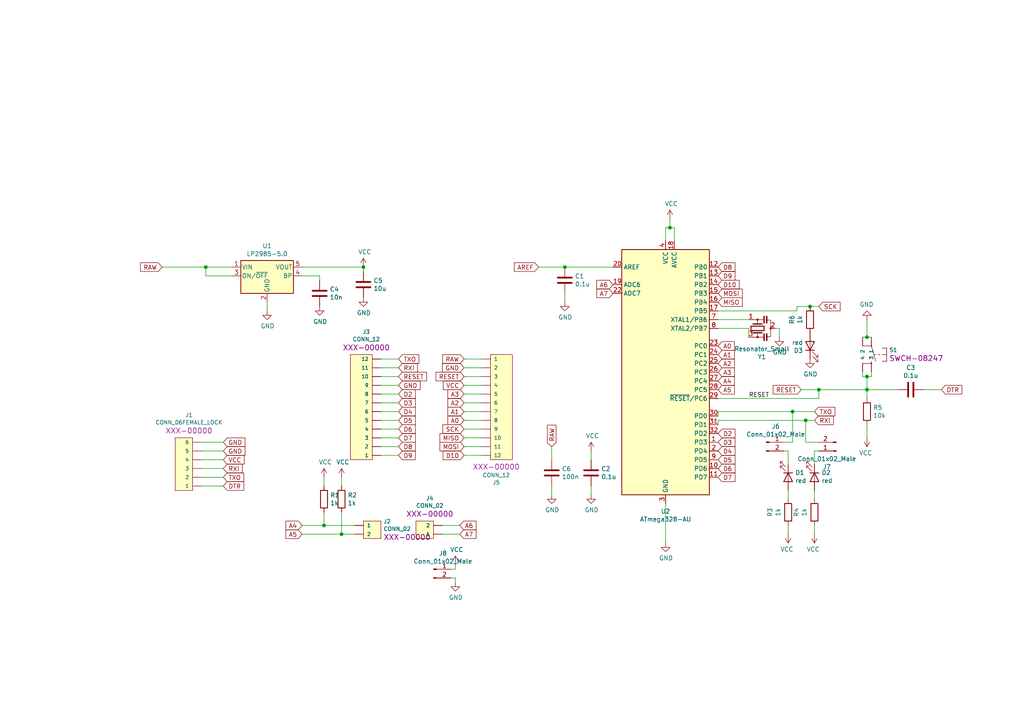
<source format=kicad_sch>
(kicad_sch (version 20211123) (generator eeschema)
  (paper "A4")
  (title_block (title "Board Arduino Mini") (date "2022-02-28") (rev "1.2") (company "Thariq Hadyan "))
  (lib_symbols
    (symbol "Connector:Conn_01x02_Male" (pin_names (offset 1.016) hide)
      (property "Reference" "J" (at 0 2.54 0))
      (property "Value" "Conn_01x02_Male" (at 0 -5.08 0))
      (symbol "Conn_01x02_Male_1_1"
        (polyline (pts (xy 1.27 -2.54) (xy 0.8636 -2.54)) (stroke (width 0.1524)))
        (polyline (pts (xy 1.27 0) (xy 0.8636 0)) (stroke (width 0.1524)))
        (rectangle (start 0.8636 -2.413) (end 0 -2.667) (stroke (width 0.1524)) (fill (type outline)))
        (rectangle (start 0.8636 0.127) (end 0 -0.127) (stroke (width 0.1524)) (fill (type outline)))
        (pin passive line (at 5.08 0 180) (length 3.81) (name "Pin_1") (number "1"))
        (pin passive line (at 5.08 -2.54 180) (length 3.81) (name "Pin_2") (number "2"))
      )
    )
    (symbol "Device:C" (pin_numbers hide) (pin_names (offset 0.254))
      (property "Reference" "C" (at 0.635 2.54 0))
      (property "Value" "C" (at 0.635 -2.54 0))
      (symbol "C_0_1"
        (polyline (pts (xy -2.032 -0.762) (xy 2.032 -0.762)) (stroke (width 0.508)))
        (polyline (pts (xy -2.032 0.762) (xy 2.032 0.762)) (stroke (width 0.508)))
      )
      (symbol "C_1_1"
        (pin passive line (at 0 3.81 270) (length 2.794) (name "~") (number "1"))
        (pin passive line (at 0 -3.81 90) (length 2.794) (name "~") (number "2"))
      )
    )
    (symbol "Device:LED" (pin_numbers hide) (pin_names (offset 1.016) hide)
      (property "Reference" "D" (at 0 2.54 0))
      (property "Value" "LED" (at 0 -2.54 0))
      (symbol "LED_0_1"
        (polyline (pts (xy -1.27 -1.27) (xy -1.27 1.27)) (stroke (width 0.254)))
        (polyline (pts (xy -1.27 0) (xy 1.27 0)))
        (polyline (pts (xy 1.27 -1.27) (xy 1.27 1.27) (xy -1.27 0) (xy 1.27 -1.27)) (stroke (width 0.254)))
        (polyline (pts (xy -3.048 -0.762) (xy -4.572 -2.286) (xy -3.81 -2.286) (xy -4.572 -2.286) (xy -4.572 -1.524)))
        (polyline (pts (xy -1.778 -0.762) (xy -3.302 -2.286) (xy -2.54 -2.286) (xy -3.302 -2.286) (xy -3.302 -1.524)))
      )
      (symbol "LED_1_1"
        (pin passive line (at -3.81 0 0) (length 2.54) (name "K") (number "1"))
        (pin passive line (at 3.81 0 180) (length 2.54) (name "A") (number "2"))
      )
    )
    (symbol "Device:R" (pin_numbers hide) (pin_names (offset 0))
      (property "Reference" "R" (at 2.032 0 90))
      (property "Value" "R" (at 0 0 90))
      (symbol "R_0_1"
        (rectangle (start -1.016 -2.54) (end 1.016 2.54) (stroke (width 0.254)))
      )
      (symbol "R_1_1"
        (pin passive line (at 0 3.81 270) (length 1.27) (name "~") (number "1"))
        (pin passive line (at 0 -3.81 90) (length 1.27) (name "~") (number "2"))
      )
    )
    (symbol "Device:Resonator_Small" (pin_names (offset 1.016) hide)
      (property "Reference" "Y" (at 3.175 1.905 0))
      (property "Value" "Resonator_Small" (at 3.175 0 0))
      (symbol "Resonator_Small_0_1"
        (rectangle (start -3.556 -2.54) (end -1.524 -2.794) (fill (type outline)))
        (rectangle (start -3.556 -1.778) (end -1.524 -2.032) (fill (type outline)))
        (circle (center -2.54 0) (radius 0.254) (fill (type outline)))
        (rectangle (start -0.635 1.905) (end 0.635 -1.905) (stroke (width 0.3048)))
        (circle (center 0 -3.81) (radius 0.254) (fill (type outline)))
        (polyline (pts (xy -2.54 -1.778) (xy -2.54 0)))
        (polyline (pts (xy -2.54 0) (xy -1.397 0)))
        (polyline (pts (xy -2.54 1.27) (xy -2.54 0)))
        (polyline (pts (xy -1.27 -1.27) (xy -1.27 1.27)) (stroke (width 0.381)))
        (polyline (pts (xy 1.27 -1.27) (xy 1.27 1.27)) (stroke (width 0.381)))
        (polyline (pts (xy 1.27 0) (xy 2.54 0)))
        (polyline (pts (xy 2.54 0) (xy 2.54 -1.778)))
        (polyline (pts (xy 2.54 1.27) (xy 2.54 0)))
        (polyline (pts (xy 2.413 -2.794) (xy 2.413 -3.81) (xy -2.413 -3.81) (xy -2.413 -2.667)))
        (rectangle (start 1.524 -2.54) (end 3.556 -2.794) (fill (type outline)))
        (rectangle (start 1.524 -1.778) (end 3.556 -2.032) (fill (type outline)))
        (circle (center 2.54 0) (radius 0.254) (fill (type outline)))
      )
      (symbol "Resonator_Small_1_1"
        (pin passive line (at -2.54 2.54 270) (length 1.27) (name "1") (number "1"))
        (pin passive line (at 0 -5.08 90) (length 1.27) (name "2") (number "2"))
        (pin passive line (at 2.54 2.54 270) (length 1.27) (name "3") (number "3"))
      )
    )
    (symbol "MCU_Microchip_ATmega:ATmega328-AU"
      (property "Reference" "U" (at -12.7 36.83 0))
      (property "Value" "MCU_Microchip_ATmega_ATmega328-AU" (at 2.54 -36.83 0))
      (symbol "ATmega328-AU_0_1"
        (rectangle (start -12.7 -35.56) (end 12.7 35.56) (stroke (width 0.254)) (fill (type background)))
      )
      (symbol "ATmega328-AU_1_1"
        (pin bidirectional line (at 15.24 -20.32 180) (length 2.54) (name "PD3") (number "1"))
        (pin bidirectional line (at 15.24 -27.94 180) (length 2.54) (name "PD6") (number "10"))
        (pin bidirectional line (at 15.24 -30.48 180) (length 2.54) (name "PD7") (number "11"))
        (pin bidirectional line (at 15.24 30.48 180) (length 2.54) (name "PB0") (number "12"))
        (pin bidirectional line (at 15.24 27.94 180) (length 2.54) (name "PB1") (number "13"))
        (pin bidirectional line (at 15.24 25.4 180) (length 2.54) (name "PB2") (number "14"))
        (pin bidirectional line (at 15.24 22.86 180) (length 2.54) (name "PB3") (number "15"))
        (pin bidirectional line (at 15.24 20.32 180) (length 2.54) (name "PB4") (number "16"))
        (pin bidirectional line (at 15.24 17.78 180) (length 2.54) (name "PB5") (number "17"))
        (pin power_in line (at 2.54 38.1 270) (length 2.54) (name "AVCC") (number "18"))
        (pin input line (at -15.24 25.4 0) (length 2.54) (name "ADC6") (number "19"))
        (pin bidirectional line (at 15.24 -22.86 180) (length 2.54) (name "PD4") (number "2"))
        (pin passive line (at -15.24 30.48 0) (length 2.54) (name "AREF") (number "20"))
        (pin passive line (at 0 -38.1 90) (length 2.54) hide (name "GND") (number "21"))
        (pin input line (at -15.24 22.86 0) (length 2.54) (name "ADC7") (number "22"))
        (pin bidirectional line (at 15.24 7.62 180) (length 2.54) (name "PC0") (number "23"))
        (pin bidirectional line (at 15.24 5.08 180) (length 2.54) (name "PC1") (number "24"))
        (pin bidirectional line (at 15.24 2.54 180) (length 2.54) (name "PC2") (number "25"))
        (pin bidirectional line (at 15.24 0 180) (length 2.54) (name "PC3") (number "26"))
        (pin bidirectional line (at 15.24 -2.54 180) (length 2.54) (name "PC4") (number "27"))
        (pin bidirectional line (at 15.24 -5.08 180) (length 2.54) (name "PC5") (number "28"))
        (pin bidirectional line (at 15.24 -7.62 180) (length 2.54) (name "~{RESET}/PC6") (number "29"))
        (pin power_in line (at 0 -38.1 90) (length 2.54) (name "GND") (number "3"))
        (pin bidirectional line (at 15.24 -12.7 180) (length 2.54) (name "PD0") (number "30"))
        (pin bidirectional line (at 15.24 -15.24 180) (length 2.54) (name "PD1") (number "31"))
        (pin bidirectional line (at 15.24 -17.78 180) (length 2.54) (name "PD2") (number "32"))
        (pin power_in line (at 0 38.1 270) (length 2.54) (name "VCC") (number "4"))
        (pin passive line (at 0 -38.1 90) (length 2.54) hide (name "GND") (number "5"))
        (pin passive line (at 0 38.1 270) (length 2.54) hide (name "VCC") (number "6"))
        (pin bidirectional line (at 15.24 15.24 180) (length 2.54) (name "XTAL1/PB6") (number "7"))
        (pin bidirectional line (at 15.24 12.7 180) (length 2.54) (name "XTAL2/PB7") (number "8"))
        (pin bidirectional line (at 15.24 -25.4 180) (length 2.54) (name "PD5") (number "9"))
      )
    )
    (symbol "Regulator_Linear:LP2985-5.0" (pin_names (offset 0.254))
      (property "Reference" "U" (at -6.35 5.715 0))
      (property "Value" "LP2985-5.0" (at 0 5.715 0))
      (symbol "LP2985-5.0_0_1"
        (rectangle (start -7.62 -5.08) (end 7.62 4.445) (stroke (width 0.254)) (fill (type background)))
      )
      (symbol "LP2985-5.0_1_1"
        (pin power_in line (at -10.16 2.54 0) (length 2.54) (name "VIN") (number "1"))
        (pin power_in line (at 0 -7.62 90) (length 2.54) (name "GND") (number "2"))
        (pin input line (at -10.16 0 0) (length 2.54) (name "ON/~{OFF}") (number "3"))
        (pin input line (at 10.16 0 180) (length 2.54) (name "BP") (number "4"))
        (pin power_out line (at 10.16 2.54 180) (length 2.54) (name "VOUT") (number "5"))
      )
    )
    (symbol "SparkFun-Connectors:CONN_02" (pin_numbers hide) (pin_names (offset 1.016))
      (property "Reference" "J" (at -5.08 5.08 0))
      (property "Value" "SparkFun-Connectors_CONN_02" (at -5.08 -3.81 0))
      (property "Field4" "XXX-00000" (at 0 7.62 0))
      (symbol "CONN_02_1_0"
        (rectangle (start 0 -1.27) (end -5.08 3.81) (fill (type background)))
      )
      (symbol "CONN_02_1_1"
        (pin passive line (at 2.54 0 180) (length 2.54) (name "1") (number "1"))
        (pin passive line (at 2.54 2.54 180) (length 2.54) (name "2") (number "2"))
      )
    )
    (symbol "SparkFun-Connectors:CONN_06FEMALE_LOCK" (pin_numbers hide) (pin_names (offset 1.016))
      (property "Reference" "J" (at -5.08 15.24 0))
      (property "Value" "SparkFun-Connectors_CONN_06FEMALE_LOCK" (at -5.08 -3.81 0))
      (property "Field4" "XXX-00000" (at 0 19.05 0))
      (symbol "CONN_06FEMALE_LOCK_0_1"
        (rectangle (start 0 -1.27) (end -5.08 13.97) (fill (type background)))
      )
      (symbol "CONN_06FEMALE_LOCK_1_1"
        (pin passive line (at 2.54 0 180) (length 2.54) (name "1") (number "1"))
        (pin passive line (at 2.54 2.54 180) (length 2.54) (name "2") (number "2"))
        (pin passive line (at 2.54 5.08 180) (length 2.54) (name "3") (number "3"))
        (pin passive line (at 2.54 7.62 180) (length 2.54) (name "4") (number "4"))
        (pin passive line (at 2.54 10.16 180) (length 2.54) (name "5") (number "5"))
        (pin passive line (at 2.54 12.7 180) (length 2.54) (name "6") (number "6"))
      )
    )
    (symbol "SparkFun-Connectors:CONN_12" (pin_numbers hide) (pin_names (offset 1.016))
      (property "Reference" "J" (at -6.35 30.48 0))
      (property "Value" "SparkFun-Connectors_CONN_12" (at -6.35 -3.81 0))
      (property "Field4" "XXX-00000" (at 0 34.29 0))
      (symbol "CONN_12_0_1"
        (rectangle (start 0 -1.27) (end -6.35 29.21) (fill (type background)))
      )
      (symbol "CONN_12_1_1"
        (pin passive line (at 2.54 0 180) (length 2.54) (name "1") (number "1"))
        (pin passive line (at 2.54 22.86 180) (length 2.54) (name "10") (number "10"))
        (pin passive line (at 2.54 25.4 180) (length 2.54) (name "11") (number "11"))
        (pin passive line (at 2.54 27.94 180) (length 2.54) (name "12") (number "12"))
        (pin passive line (at 2.54 2.54 180) (length 2.54) (name "2") (number "2"))
        (pin passive line (at 2.54 5.08 180) (length 2.54) (name "3") (number "3"))
        (pin passive line (at 2.54 7.62 180) (length 2.54) (name "4") (number "4"))
        (pin passive line (at 2.54 10.16 180) (length 2.54) (name "5") (number "5"))
        (pin passive line (at 2.54 12.7 180) (length 2.54) (name "6") (number "6"))
        (pin passive line (at 2.54 15.24 180) (length 2.54) (name "7") (number "7"))
        (pin passive line (at 2.54 17.78 180) (length 2.54) (name "8") (number "8"))
        (pin passive line (at 2.54 20.32 180) (length 2.54) (name "9") (number "9"))
      )
    )
    (symbol "SparkFun-Switches:MOMENTARY-SWITCH-SPST-2-SMD-5.2MM" (pin_numbers hide) (pin_names (offset 1.016))
      (property "Reference" "S" (at -5.08 1.27 0))
      (property "Value" "SparkFun-Switches_MOMENTARY-SWITCH-SPST-2-SMD-5.2MM" (at -5.08 -5.08 0))
      (property "Field4" "SWCH-08247" (at 0 7.62 0))
      (symbol "MOMENTARY-SWITCH-SPST-2-SMD-5.2MM_1_0"
        (polyline (pts (xy -2.54 -2.54) (xy -2.54 0)))
        (polyline (pts (xy -2.54 0) (xy 1.905 1.27)))
        (polyline (pts (xy -1.905 4.445) (xy -1.905 3.175)))
        (polyline (pts (xy 0 1.27) (xy 0 0.635)))
        (polyline (pts (xy 0 2.54) (xy 0 1.905)))
        (polyline (pts (xy 0 4.445) (xy -1.905 4.445)))
        (polyline (pts (xy 0 4.445) (xy 0 3.175)))
        (polyline (pts (xy 1.905 0) (xy 2.54 0)))
        (polyline (pts (xy 1.905 4.445) (xy 0 4.445)))
        (polyline (pts (xy 1.905 4.445) (xy 1.905 3.175)))
        (polyline (pts (xy 2.54 -2.54) (xy 2.54 0)))
      )
      (symbol "MOMENTARY-SWITCH-SPST-2-SMD-5.2MM_1_1"
        (circle (center -2.54 0) (radius 0.127) (fill (type outline)))
        (circle (center 2.54 0) (radius 0.127) (fill (type outline)))
        (pin passive line (at -5.08 0 0) (length 2.54) (name "1") (number "1"))
        (pin passive line (at -5.08 -2.54 0) (length 2.54) (name "2") (number "2"))
        (pin passive line (at 5.08 0 180) (length 2.54) (name "3") (number "3"))
        (pin passive line (at 5.08 -2.54 180) (length 2.54) (name "4") (number "4"))
      )
    )
    (symbol "power:GND" (power) (pin_names (offset 0))
      (property "Value" "GND" (at 0 -3.81 0))
      (symbol "GND_0_1"
        (polyline (pts (xy 0 0) (xy 0 -1.27) (xy 1.27 -1.27) (xy 0 -2.54) (xy -1.27 -1.27) (xy 0 -1.27)))
      )
      (symbol "GND_1_1"
        (pin power_in line (at 0 0 270) (length 0) hide (name "GND") (number "1"))
      )
    )
    (symbol "power:VCC" (power) (pin_names (offset 0))
      (property "Value" "VCC" (at 0 3.81 0))
      (symbol "VCC_0_1"
        (polyline (pts (xy -0.762 1.27) (xy 0 2.54)))
        (polyline (pts (xy 0 0) (xy 0 2.54)))
        (polyline (pts (xy 0 2.54) (xy 0.762 1.27)))
      )
      (symbol "VCC_1_1"
        (pin power_in line (at 0 0 90) (length 0) hide (name "VCC") (number "1"))
      )
    )
  )
  (junction (at 99.06 154.94))
  (junction (at 251.46 97.79))
  (junction (at 234.95 88.9))
  (junction (at 194.31 66.04))
  (junction (at 233.68 121.92))
  (junction (at 105.41 77.47))
  (junction (at 59.69 77.47))
  (junction (at 229.87 119.38))
  (junction (at 251.46 109.22))
  (junction (at 251.46 113.03))
  (junction (at 163.83 77.47))
  (junction (at 237.49 113.03))
  (junction (at 93.98 152.4))
  (wire (pts (xy 163.83 85.09) (xy 163.83 87.63)))
  (wire (pts (xy 177.8 77.47) (xy 163.83 77.47)))
  (wire (pts (xy 58.42 130.81) (xy 64.77 130.81)))
  (wire (pts (xy 110.49 124.46) (xy 115.57 124.46)))
  (wire (pts (xy 134.62 127) (xy 139.7 127)))
  (wire (pts (xy 208.28 90.17) (xy 231.14 90.17)))
  (wire (pts (xy 134.62 114.3) (xy 139.7 114.3)))
  (wire (pts (xy 132.08 163.83) (xy 132.08 165.1)))
  (wire (pts (xy 252.73 109.22) (xy 252.73 107.95)))
  (wire (pts (xy 231.14 90.17) (xy 231.14 88.9)))
  (wire (pts (xy 195.58 66.04) (xy 194.31 66.04)))
  (wire (pts (xy 208.28 120.65) (xy 208.28 119.38)))
  (wire (pts (xy 171.45 140.97) (xy 171.45 143.51)))
  (wire (pts (xy 217.17 95.25) (xy 217.17 97.79)))
  (wire (pts (xy 134.62 111.76) (xy 139.7 111.76)))
  (wire (pts (xy 77.47 87.63) (xy 77.47 90.17)))
  (wire (pts (xy 110.49 106.68) (xy 115.57 106.68)))
  (wire (pts (xy 237.49 113.03) (xy 251.46 113.03)))
  (wire (pts (xy 171.45 130.81) (xy 171.45 133.35)))
  (wire (pts (xy 105.41 77.47) (xy 105.41 78.74)))
  (wire (pts (xy 194.31 66.04) (xy 193.04 66.04)))
  (wire (pts (xy 227.33 128.27) (xy 229.87 128.27)))
  (wire (pts (xy 156.21 77.47) (xy 163.83 77.47)))
  (wire (pts (xy 228.6 130.81) (xy 228.6 134.62)))
  (wire (pts (xy 134.62 116.84) (xy 139.7 116.84)))
  (wire (pts (xy 229.87 119.38) (xy 236.22 119.38)))
  (wire (pts (xy 132.08 167.64) (xy 132.08 168.91)))
  (wire (pts (xy 160.02 133.35) (xy 160.02 129.54)))
  (wire (pts (xy 227.33 130.81) (xy 228.6 130.81)))
  (wire (pts (xy 251.46 113.03) (xy 251.46 115.57)))
  (wire (pts (xy 99.06 138.43) (xy 99.06 140.97)))
  (wire (pts (xy 110.49 132.08) (xy 115.57 132.08)))
  (wire (pts (xy 208.28 115.57) (xy 237.49 115.57)))
  (wire (pts (xy 250.19 107.95) (xy 250.19 109.22)))
  (wire (pts (xy 134.62 132.08) (xy 139.7 132.08)))
  (wire (pts (xy 233.68 121.92) (xy 208.28 121.92)))
  (wire (pts (xy 58.42 135.89) (xy 64.77 135.89)))
  (wire (pts (xy 236.22 142.24) (xy 236.22 144.78)))
  (wire (pts (xy 59.69 77.47) (xy 67.31 77.47)))
  (wire (pts (xy 99.06 154.94) (xy 102.87 154.94)))
  (wire (pts (xy 237.49 128.27) (xy 233.68 128.27)))
  (wire (pts (xy 208.28 95.25) (xy 217.17 95.25)))
  (wire (pts (xy 250.19 97.79) (xy 251.46 97.79)))
  (wire (pts (xy 134.62 129.54) (xy 139.7 129.54)))
  (wire (pts (xy 251.46 127) (xy 251.46 123.19)))
  (wire (pts (xy 110.49 109.22) (xy 115.57 109.22)))
  (wire (pts (xy 195.58 69.85) (xy 195.58 66.04)))
  (wire (pts (xy 232.41 113.03) (xy 237.49 113.03)))
  (wire (pts (xy 132.08 165.1) (xy 130.81 165.1)))
  (wire (pts (xy 110.49 114.3) (xy 115.57 114.3)))
  (wire (pts (xy 251.46 92.71) (xy 251.46 97.79)))
  (wire (pts (xy 64.77 133.35) (xy 58.42 133.35)))
  (wire (pts (xy 139.7 106.68) (xy 134.62 106.68)))
  (wire (pts (xy 231.14 88.9) (xy 234.95 88.9)))
  (wire (pts (xy 128.27 154.94) (xy 133.35 154.94)))
  (wire (pts (xy 226.06 95.25) (xy 226.06 97.79)))
  (wire (pts (xy 229.87 128.27) (xy 229.87 119.38)))
  (wire (pts (xy 93.98 152.4) (xy 102.87 152.4)))
  (wire (pts (xy 87.63 80.01) (xy 92.71 80.01)))
  (wire (pts (xy 58.42 138.43) (xy 64.77 138.43)))
  (wire (pts (xy 134.62 119.38) (xy 139.7 119.38)))
  (wire (pts (xy 64.77 128.27) (xy 58.42 128.27)))
  (wire (pts (xy 260.35 113.03) (xy 251.46 113.03)))
  (wire (pts (xy 194.31 63.5) (xy 194.31 66.04)))
  (wire (pts (xy 236.22 121.92) (xy 233.68 121.92)))
  (wire (pts (xy 217.17 92.71) (xy 208.28 92.71)))
  (wire (pts (xy 228.6 144.78) (xy 228.6 142.24)))
  (wire (pts (xy 58.42 140.97) (xy 64.77 140.97)))
  (wire (pts (xy 193.04 146.05) (xy 193.04 157.48)))
  (wire (pts (xy 237.49 88.9) (xy 234.95 88.9)))
  (wire (pts (xy 224.79 95.25) (xy 226.06 95.25)))
  (wire (pts (xy 237.49 115.57) (xy 237.49 113.03)))
  (wire (pts (xy 251.46 109.22) (xy 252.73 109.22)))
  (wire (pts (xy 110.49 111.76) (xy 115.57 111.76)))
  (wire (pts (xy 110.49 121.92) (xy 115.57 121.92)))
  (wire (pts (xy 110.49 129.54) (xy 115.57 129.54)))
  (wire (pts (xy 46.99 77.47) (xy 59.69 77.47)))
  (wire (pts (xy 110.49 127) (xy 115.57 127)))
  (wire (pts (xy 110.49 116.84) (xy 115.57 116.84)))
  (wire (pts (xy 233.68 128.27) (xy 233.68 121.92)))
  (wire (pts (xy 251.46 109.22) (xy 251.46 113.03)))
  (wire (pts (xy 87.63 154.94) (xy 99.06 154.94)))
  (wire (pts (xy 250.19 109.22) (xy 251.46 109.22)))
  (wire (pts (xy 160.02 140.97) (xy 160.02 143.51)))
  (wire (pts (xy 92.71 80.01) (xy 92.71 81.28)))
  (wire (pts (xy 236.22 134.62) (xy 236.22 130.81)))
  (wire (pts (xy 93.98 148.59) (xy 93.98 152.4)))
  (wire (pts (xy 87.63 77.47) (xy 105.41 77.47)))
  (wire (pts (xy 59.69 80.01) (xy 59.69 77.47)))
  (wire (pts (xy 208.28 121.92) (xy 208.28 123.19)))
  (wire (pts (xy 128.27 152.4) (xy 133.35 152.4)))
  (wire (pts (xy 251.46 97.79) (xy 252.73 97.79)))
  (wire (pts (xy 134.62 104.14) (xy 139.7 104.14)))
  (wire (pts (xy 110.49 104.14) (xy 115.57 104.14)))
  (wire (pts (xy 93.98 138.43) (xy 93.98 140.97)))
  (wire (pts (xy 99.06 148.59) (xy 99.06 154.94)))
  (wire (pts (xy 134.62 109.22) (xy 139.7 109.22)))
  (wire (pts (xy 130.81 167.64) (xy 132.08 167.64)))
  (wire (pts (xy 236.22 130.81) (xy 237.49 130.81)))
  (wire (pts (xy 228.6 154.94) (xy 228.6 152.4)))
  (wire (pts (xy 236.22 154.94) (xy 236.22 152.4)))
  (wire (pts (xy 67.31 80.01) (xy 59.69 80.01)))
  (wire (pts (xy 134.62 121.92) (xy 139.7 121.92)))
  (wire (pts (xy 134.62 124.46) (xy 139.7 124.46)))
  (wire (pts (xy 110.49 119.38) (xy 115.57 119.38)))
  (wire (pts (xy 208.28 119.38) (xy 229.87 119.38)))
  (wire (pts (xy 87.63 152.4) (xy 93.98 152.4)))
  (wire (pts (xy 273.05 113.03) (xy 267.97 113.03)))
  (wire (pts (xy 193.04 66.04) (xy 193.04 69.85)))
  (label "RESET" (at 217.17 115.57 0))
  (global_label "MISO" (shape input) (at 134.62 127 180) (property "Intersheet References" "${INTERSHEET_REFS}" (effects hide)))
  (global_label "A2" (shape input) (at 208.28 105.41 0) (property "Intersheet References" "${INTERSHEET_REFS}" (effects hide)))
  (global_label "RXI" (shape input) (at 236.22 121.92 0) (property "Intersheet References" "${INTERSHEET_REFS}" (effects hide)))
  (global_label "RESET" (shape input) (at 115.57 109.22 0) (property "Intersheet References" "${INTERSHEET_REFS}" (effects hide)))
  (global_label "TXO" (shape input) (at 64.77 138.43 0) (property "Intersheet References" "${INTERSHEET_REFS}" (effects hide)))
  (global_label "A6" (shape input) (at 133.35 152.4 0) (property "Intersheet References" "${INTERSHEET_REFS}" (effects hide)))
  (global_label "TXO" (shape input) (at 115.57 104.14 0) (property "Intersheet References" "${INTERSHEET_REFS}" (effects hide)))
  (global_label "VCC" (shape input) (at 134.62 111.76 180) (property "Intersheet References" "${INTERSHEET_REFS}" (effects hide)))
  (global_label "D5" (shape input) (at 115.57 121.92 0) (property "Intersheet References" "${INTERSHEET_REFS}" (effects hide)))
  (global_label "MOSI" (shape input) (at 134.62 129.54 180) (property "Intersheet References" "${INTERSHEET_REFS}" (effects hide)))
  (global_label "SCK" (shape input) (at 134.62 124.46 180) (property "Intersheet References" "${INTERSHEET_REFS}" (effects hide)))
  (global_label "D4" (shape input) (at 115.57 119.38 0) (property "Intersheet References" "${INTERSHEET_REFS}" (effects hide)))
  (global_label "D2" (shape input) (at 208.28 125.73 0) (property "Intersheet References" "${INTERSHEET_REFS}" (effects hide)))
  (global_label "RESET" (shape input) (at 134.62 109.22 180) (property "Intersheet References" "${INTERSHEET_REFS}" (effects hide)))
  (global_label "A5" (shape input) (at 208.28 113.03 0) (property "Intersheet References" "${INTERSHEET_REFS}" (effects hide)))
  (global_label "D6" (shape input) (at 115.57 124.46 0) (property "Intersheet References" "${INTERSHEET_REFS}" (effects hide)))
  (global_label "D8" (shape input) (at 115.57 129.54 0) (property "Intersheet References" "${INTERSHEET_REFS}" (effects hide)))
  (global_label "RAW" (shape input) (at 160.02 129.54 90) (property "Intersheet References" "${INTERSHEET_REFS}" (effects hide)))
  (global_label "D3" (shape input) (at 115.57 116.84 0) (property "Intersheet References" "${INTERSHEET_REFS}" (effects hide)))
  (global_label "A6" (shape input) (at 177.8 82.55 180) (property "Intersheet References" "${INTERSHEET_REFS}" (effects hide)))
  (global_label "RESET" (shape input) (at 232.41 113.03 180) (property "Intersheet References" "${INTERSHEET_REFS}" (effects hide)))
  (global_label "D10" (shape input) (at 134.62 132.08 180) (property "Intersheet References" "${INTERSHEET_REFS}" (effects hide)))
  (global_label "D10" (shape input) (at 208.28 82.55 0) (property "Intersheet References" "${INTERSHEET_REFS}" (effects hide)))
  (global_label "RXI" (shape input) (at 115.57 106.68 0) (property "Intersheet References" "${INTERSHEET_REFS}" (effects hide)))
  (global_label "RAW" (shape input) (at 46.99 77.47 180) (property "Intersheet References" "${INTERSHEET_REFS}" (effects hide)))
  (global_label "A3" (shape input) (at 208.28 107.95 0) (property "Intersheet References" "${INTERSHEET_REFS}" (effects hide)))
  (global_label "D7" (shape input) (at 208.28 138.43 0) (property "Intersheet References" "${INTERSHEET_REFS}" (effects hide)))
  (global_label "D6" (shape input) (at 208.28 135.89 0) (property "Intersheet References" "${INTERSHEET_REFS}" (effects hide)))
  (global_label "RXI" (shape input) (at 64.77 135.89 0) (property "Intersheet References" "${INTERSHEET_REFS}" (effects hide)))
  (global_label "A4" (shape input) (at 208.28 110.49 0) (property "Intersheet References" "${INTERSHEET_REFS}" (effects hide)))
  (global_label "RAW" (shape input) (at 134.62 104.14 180) (property "Intersheet References" "${INTERSHEET_REFS}" (effects hide)))
  (global_label "DTR" (shape input) (at 273.05 113.03 0) (property "Intersheet References" "${INTERSHEET_REFS}" (effects hide)))
  (global_label "A7" (shape input) (at 133.35 154.94 0) (property "Intersheet References" "${INTERSHEET_REFS}" (effects hide)))
  (global_label "AREF" (shape input) (at 156.21 77.47 180) (property "Intersheet References" "${INTERSHEET_REFS}" (effects hide)))
  (global_label "A3" (shape input) (at 134.62 114.3 180) (property "Intersheet References" "${INTERSHEET_REFS}" (effects hide)))
  (global_label "D4" (shape input) (at 208.28 130.81 0) (property "Intersheet References" "${INTERSHEET_REFS}" (effects hide)))
  (global_label "D2" (shape input) (at 115.57 114.3 0) (property "Intersheet References" "${INTERSHEET_REFS}" (effects hide)))
  (global_label "A5" (shape input) (at 87.63 154.94 180) (property "Intersheet References" "${INTERSHEET_REFS}" (effects hide)))
  (global_label "SCK" (shape input) (at 237.49 88.9 0) (property "Intersheet References" "${INTERSHEET_REFS}" (effects hide)))
  (global_label "A2" (shape input) (at 134.62 116.84 180) (property "Intersheet References" "${INTERSHEET_REFS}" (effects hide)))
  (global_label "D9" (shape input) (at 208.28 80.01 0) (property "Intersheet References" "${INTERSHEET_REFS}" (effects hide)))
  (global_label "VCC" (shape input) (at 64.77 133.35 0) (property "Intersheet References" "${INTERSHEET_REFS}" (effects hide)))
  (global_label "A0" (shape input) (at 134.62 121.92 180) (property "Intersheet References" "${INTERSHEET_REFS}" (effects hide)))
  (global_label "A0" (shape input) (at 208.28 100.33 0) (property "Intersheet References" "${INTERSHEET_REFS}" (effects hide)))
  (global_label "D3" (shape input) (at 208.28 128.27 0) (property "Intersheet References" "${INTERSHEET_REFS}" (effects hide)))
  (global_label "DTR" (shape input) (at 64.77 140.97 0) (property "Intersheet References" "${INTERSHEET_REFS}" (effects hide)))
  (global_label "D7" (shape input) (at 115.57 127 0) (property "Intersheet References" "${INTERSHEET_REFS}" (effects hide)))
  (global_label "GND" (shape input) (at 134.62 106.68 180) (property "Intersheet References" "${INTERSHEET_REFS}" (effects hide)))
  (global_label "GND" (shape input) (at 64.77 128.27 0) (property "Intersheet References" "${INTERSHEET_REFS}" (effects hide)))
  (global_label "A1" (shape input) (at 208.28 102.87 0) (property "Intersheet References" "${INTERSHEET_REFS}" (effects hide)))
  (global_label "D9" (shape input) (at 115.57 132.08 0) (property "Intersheet References" "${INTERSHEET_REFS}" (effects hide)))
  (global_label "A4" (shape input) (at 87.63 152.4 180) (property "Intersheet References" "${INTERSHEET_REFS}" (effects hide)))
  (global_label "TXO" (shape input) (at 236.22 119.38 0) (property "Intersheet References" "${INTERSHEET_REFS}" (effects hide)))
  (global_label "A7" (shape input) (at 177.8 85.09 180) (property "Intersheet References" "${INTERSHEET_REFS}" (effects hide)))
  (global_label "GND" (shape input) (at 64.77 130.81 0) (property "Intersheet References" "${INTERSHEET_REFS}" (effects hide)))
  (global_label "GND" (shape input) (at 115.57 111.76 0) (property "Intersheet References" "${INTERSHEET_REFS}" (effects hide)))
  (global_label "A1" (shape input) (at 134.62 119.38 180) (property "Intersheet References" "${INTERSHEET_REFS}" (effects hide)))
  (global_label "MOSI" (shape input) (at 208.28 85.09 0) (property "Intersheet References" "${INTERSHEET_REFS}" (effects hide)))
  (global_label "MISO" (shape input) (at 208.28 87.63 0) (property "Intersheet References" "${INTERSHEET_REFS}" (effects hide)))
  (global_label "D8" (shape input) (at 208.28 77.47 0) (property "Intersheet References" "${INTERSHEET_REFS}" (effects hide)))
  (global_label "D5" (shape input) (at 208.28 133.35 0) (property "Intersheet References" "${INTERSHEET_REFS}" (effects hide)))
  (symbol (lib_id "MCU_Microchip_ATmega:ATmega328-AU") (at 193.04 107.95 0) (unit 1)
    (property "Reference" "U2" (at 193.04 148.3106 0))
    (property "Value" "ATmega328-AU" (at 193.04 150.622 0))
    (property "Footprint" "Package_QFP:TQFP-32_7x7mm_P0.8mm" (effects hide))
    (property "Datasheet" "http://ww1.microchip.com/downloads/en/DeviceDoc/ATmega328_P%20AVR%20MCU%20with%20picoPower%20Technology%20Data%20Sheet%2040001984A.pdf" (effects hide))
  )
  (symbol (lib_id "Regulator_Linear:LP2985-5.0") (at 77.47 80.01 0) (unit 1)
    (property "Reference" "U1" (at 77.47 71.3232 0))
    (property "Value" "LP2985-5.0" (at 77.47 73.6346 0))
    (property "Footprint" "Package_TO_SOT_SMD:SOT-23-5" (effects hide))
    (property "Datasheet" "http://www.ti.com/lit/ds/symlink/lp2985.pdf" (effects hide))
  )
  (symbol (lib_id "SparkFun-Connectors:CONN_12") (at 107.95 132.08 0) (unit 1)
    (property "Reference" "J3" (at 106.2482 96.266 0) (effects (font (size 1.143 1.143))))
    (property "Value" "CONN_12" (at 106.2482 98.3996 0) (effects (font (size 1.143 1.143))))
    (property "Footprint" "Connectors:1X12" (effects hide))
    (property "Field4" "XXX-00000" (at 106.2482 100.8126 0) (effects (font (size 1.524 1.524))))
  )
  (symbol (lib_id "SparkFun-Connectors:CONN_12") (at 142.24 104.14 180) (unit 1)
    (property "Reference" "J5" (at 143.9418 139.954 0) (effects (font (size 1.143 1.143))))
    (property "Value" "CONN_12" (at 143.9418 137.8204 0) (effects (font (size 1.143 1.143))))
    (property "Footprint" "Connectors:1X12" (effects hide))
    (property "Field4" "XXX-00000" (at 143.9418 135.4074 0) (effects (font (size 1.524 1.524))))
  )
  (symbol (lib_id "SparkFun-Connectors:CONN_02") (at 125.73 154.94 0) (unit 1)
    (property "Reference" "J4" (at 124.6632 144.526 0) (effects (font (size 1.143 1.143))))
    (property "Value" "CONN_02" (at 124.6632 146.6596 0) (effects (font (size 1.143 1.143))))
    (property "Footprint" "Connectors:1X02" (effects hide))
    (property "Field4" "XXX-00000" (at 124.6632 149.0726 0) (effects (font (size 1.524 1.524))))
  )
  (symbol (lib_id "SparkFun-Connectors:CONN_02") (at 105.41 152.4 180) (unit 1)
    (property "Reference" "J2" (at 111.2012 151.257 0) (effects (font (size 1.143 1.143)) (justify right)))
    (property "Value" "CONN_02" (at 111.2012 153.3906 0) (effects (font (size 1.143 1.143)) (justify right)))
    (property "Footprint" "Connectors:1X02" (effects hide))
    (property "Field4" "XXX-00000" (at 111.2012 155.8036 0) (effects (font (size 1.524 1.524)) (justify right)))
  )
  (symbol (lib_id "SparkFun-Connectors:CONN_06FEMALE_LOCK") (at 55.88 140.97 0) (unit 1)
    (property "Reference" "J1" (at 54.8132 120.396 0) (effects (font (size 1.143 1.143))))
    (property "Value" "CONN_06FEMALE_LOCK" (at 54.8132 122.5296 0) (effects (font (size 1.143 1.143))))
    (property "Footprint" "Connectors:1X06_FEMALE_LOCK.010" (effects hide))
    (property "Field4" "XXX-00000" (at 54.8132 124.9426 0) (effects (font (size 1.524 1.524))))
  )
  (symbol (lib_id "power:VCC") (at 93.98 138.43 0) (unit 1)
    (property "Reference" "#PWR08" (effects hide))
    (property "Value" "VCC" (at 94.361 134.0358 0))
  )
  (symbol (lib_id "power:VCC") (at 99.06 138.43 0) (unit 1)
    (property "Reference" "#PWR09" (effects hide))
    (property "Value" "VCC" (at 99.441 134.0358 0))
  )
  (symbol (lib_id "power:VCC") (at 236.22 154.94 180) (unit 1)
    (property "Reference" "#PWR016" (effects hide))
    (property "Value" "VCC" (at 235.839 159.3342 0))
  )
  (symbol (lib_id "power:VCC") (at 228.6 154.94 180) (unit 1)
    (property "Reference" "#PWR015" (effects hide))
    (property "Value" "VCC" (at 228.219 159.3342 0))
  )
  (symbol (lib_id "power:GND") (at 226.06 97.79 0) (unit 1)
    (property "Reference" "#PWR018" (effects hide))
    (property "Value" "GND" (at 226.187 102.1842 0))
  )
  (symbol (lib_id "power:GND") (at 77.47 90.17 0) (unit 1)
    (property "Reference" "#PWR01" (effects hide))
    (property "Value" "GND" (at 77.597 94.5642 0))
  )
  (symbol (lib_id "Device:C") (at 92.71 85.09 0) (unit 1)
    (property "Reference" "C4" (at 95.631 83.9216 0) (effects (justify left)))
    (property "Value" "10n" (at 95.631 86.233 0) (effects (justify left)))
    (property "Footprint" "Capacitor_SMD:C_0603_1608Metric" (effects hide))
  )
  (symbol (lib_id "power:GND") (at 92.71 88.9 0) (unit 1)
    (property "Reference" "#PWR02" (effects hide))
    (property "Value" "GND" (at 92.837 93.2942 0))
  )
  (symbol (lib_id "Device:C") (at 105.41 82.55 0) (unit 1)
    (property "Reference" "C5" (at 108.331 81.3816 0) (effects (justify left)))
    (property "Value" "10u" (at 108.331 83.693 0) (effects (justify left)))
    (property "Footprint" "Capacitor_SMD:C_0603_1608Metric" (effects hide))
  )
  (symbol (lib_id "power:GND") (at 105.41 86.36 0) (unit 1)
    (property "Reference" "#PWR013" (effects hide))
    (property "Value" "GND" (at 105.537 90.7542 0))
  )
  (symbol (lib_id "power:GND") (at 193.04 157.48 0) (unit 1)
    (property "Reference" "#PWR06" (effects hide))
    (property "Value" "GND" (at 193.167 161.8742 0))
  )
  (symbol (lib_id "Device:Resonator_Small") (at 219.71 95.25 90) (mirror x) (unit 1)
    (property "Reference" "Y1" (at 220.98 103.505 90))
    (property "Value" "Resonator_Small" (at 220.98 101.1936 90))
    (property "Footprint" "Clocks:RESONATOR-SMD-3.2X1.3" (effects hide))
  )
  (symbol (lib_id "power:VCC") (at 105.41 77.47 0) (unit 1)
    (property "Reference" "#PWR010" (effects hide))
    (property "Value" "VCC" (at 105.791 73.0758 0))
  )
  (symbol (lib_id "Device:C") (at 160.02 137.16 0) (unit 1)
    (property "Reference" "C6" (at 162.941 135.9916 0) (effects (justify left)))
    (property "Value" "100n" (at 162.941 138.303 0) (effects (justify left)))
    (property "Footprint" "Capacitor_SMD:C_0603_1608Metric" (effects hide))
  )
  (symbol (lib_id "power:GND") (at 160.02 143.51 0) (unit 1)
    (property "Reference" "#PWR014" (effects hide))
    (property "Value" "GND" (at 160.147 147.9042 0))
  )
  (symbol (lib_id "power:VCC") (at 194.31 63.5 0) (unit 1)
    (property "Reference" "#PWR07" (effects hide))
    (property "Value" "VCC" (at 194.691 59.1058 0))
  )
  (symbol (lib_id "Device:R") (at 234.95 92.71 0) (unit 1)
    (property "Reference" "R6" (at 229.6922 92.71 90))
    (property "Value" "1k" (at 232.0036 92.71 90))
    (property "Footprint" "Resistor_SMD:R_0201_0603Metric" (effects hide))
  )
  (symbol (lib_id "Device:C") (at 163.83 81.28 0) (unit 1)
    (property "Reference" "C1" (at 166.751 80.1116 0) (effects (justify left)))
    (property "Value" "0.1u" (at 166.751 82.423 0) (effects (justify left)))
    (property "Footprint" "Capacitor_SMD:C_0603_1608Metric" (effects hide))
  )
  (symbol (lib_id "power:GND") (at 163.83 87.63 0) (unit 1)
    (property "Reference" "#PWR03" (effects hide))
    (property "Value" "GND" (at 163.957 92.0242 0))
  )
  (symbol (lib_id "Device:LED") (at 234.95 100.33 90) (unit 1)
    (property "Reference" "D3" (at 232.918 101.6762 90) (effects (justify left)))
    (property "Value" "red" (at 232.918 99.3648 90) (effects (justify left)))
    (property "Footprint" "LED_SMD:LED_0603_1608Metric" (effects hide))
  )
  (symbol (lib_id "Device:R") (at 251.46 119.38 0) (unit 1)
    (property "Reference" "R5" (at 253.238 118.2116 0) (effects (justify left)))
    (property "Value" "10k" (at 253.238 120.523 0) (effects (justify left)))
    (property "Footprint" "Resistor_SMD:R_0201_0603Metric" (effects hide))
  )
  (symbol (lib_id "SparkFun-Switches:MOMENTARY-SWITCH-SPST-2-SMD-5.2MM") (at 252.73 102.87 270) (unit 1)
    (property "Reference" "S1" (at 257.8862 101.5238 90) (effects (font (size 1.143 1.143)) (justify left)))
    (property "Value" "MOMENTARY-SWITCH-SPST-2-SMD-5.2MM" (effects hide))
    (property "Footprint" "Switches:TACTILE_SWITCH_SMD_5.2MM" (effects hide))
    (property "Field4" "SWCH-08247" (at 257.8862 103.9368 90) (effects (font (size 1.524 1.524)) (justify left)))
  )
  (symbol (lib_id "Device:C") (at 264.16 113.03 270) (unit 1)
    (property "Reference" "C3" (at 264.16 106.6292 90))
    (property "Value" "0.1u" (at 264.16 108.9406 90))
    (property "Footprint" "Capacitor_SMD:C_0603_1608Metric" (effects hide))
  )
  (symbol (lib_id "power:GND") (at 234.95 104.14 0) (unit 1)
    (property "Reference" "#PWR017" (effects hide))
    (property "Value" "GND" (at 235.077 108.5342 0))
  )
  (symbol (lib_id "power:GND") (at 251.46 92.71 180) (unit 1)
    (property "Reference" "#PWR011" (effects hide))
    (property "Value" "GND" (at 251.333 88.3158 0))
  )
  (symbol (lib_id "power:VCC") (at 251.46 127 180) (unit 1)
    (property "Reference" "#PWR012" (effects hide))
    (property "Value" "VCC" (at 251.079 131.3942 0))
  )
  (symbol (lib_id "power:GND") (at 171.45 143.51 0) (unit 1)
    (property "Reference" "#PWR05" (effects hide))
    (property "Value" "GND" (at 171.577 147.9042 0))
  )
  (symbol (lib_id "Device:C") (at 171.45 137.16 0) (unit 1)
    (property "Reference" "C2" (at 174.371 135.9916 0) (effects (justify left)))
    (property "Value" "0.1u" (at 174.371 138.303 0) (effects (justify left)))
    (property "Footprint" "Capacitor_SMD:C_0603_1608Metric" (effects hide))
  )
  (symbol (lib_id "power:VCC") (at 171.45 130.81 0) (unit 1)
    (property "Reference" "#PWR04" (effects hide))
    (property "Value" "VCC" (at 171.831 126.4158 0))
  )
  (symbol (lib_id "Connector:Conn_01x02_Male") (at 222.25 128.27 0) (unit 1)
    (property "Reference" "J6" (at 224.9932 123.6726 0))
    (property "Value" "Conn_01x02_Male" (at 224.9932 125.984 0))
    (property "Footprint" "Connector_PinHeader_1.00mm:PinHeader_1x02_P1.00mm_Vertical" (effects hide))
  )
  (symbol (lib_id "Connector:Conn_01x02_Male") (at 242.57 130.81 180) (unit 1)
    (property "Reference" "J7" (at 239.8268 135.4074 0))
    (property "Value" "Conn_01x02_Male" (at 239.8268 133.096 0))
    (property "Footprint" "Connector_PinHeader_1.00mm:PinHeader_1x02_P1.00mm_Vertical" (effects hide))
  )
  (symbol (lib_id "Connector:Conn_01x02_Male") (at 125.73 165.1 0) (unit 1)
    (property "Reference" "J8" (at 128.4732 160.5026 0))
    (property "Value" "Conn_01x02_Male" (at 128.4732 162.814 0))
    (property "Footprint" "Connector_PinHeader_1.00mm:PinHeader_1x02_P1.00mm_Vertical" (effects hide))
  )
  (symbol (lib_id "power:VCC") (at 132.08 163.83 0) (unit 1)
    (property "Reference" "#PWR019" (effects hide))
    (property "Value" "VCC" (at 132.461 159.4358 0))
  )
  (symbol (lib_id "power:GND") (at 132.08 168.91 0) (unit 1)
    (property "Reference" "#PWR020" (effects hide))
    (property "Value" "GND" (at 132.207 173.3042 0))
  )
  (symbol (lib_id "Device:R") (at 228.6 148.59 0) (unit 1)
    (property "Reference" "R3" (at 223.3422 148.59 90))
    (property "Value" "1k" (at 225.6536 148.59 90))
    (property "Footprint" "Resistor_SMD:R_0201_0603Metric" (effects hide))
  )
  (symbol (lib_id "Device:R") (at 236.22 148.59 0) (unit 1)
    (property "Reference" "R4" (at 230.9622 148.59 90))
    (property "Value" "1k" (at 233.2736 148.59 90))
    (property "Footprint" "Resistor_SMD:R_0201_0603Metric" (effects hide))
  )
  (symbol (lib_id "Device:LED") (at 228.6 138.43 270) (unit 1)
    (property "Reference" "D1" (at 230.632 137.0838 90) (effects (justify left)))
    (property "Value" "red" (at 230.632 139.3952 90) (effects (justify left)))
    (property "Footprint" "LED_SMD:LED_0603_1608Metric" (effects hide))
  )
  (symbol (lib_id "Device:LED") (at 236.22 138.43 270) (unit 1)
    (property "Reference" "D2" (at 238.252 137.0838 90) (effects (justify left)))
    (property "Value" "red" (at 238.252 139.3952 90) (effects (justify left)))
    (property "Footprint" "LED_SMD:LED_0603_1608Metric" (effects hide))
  )
  (symbol (lib_id "Device:R") (at 93.98 144.78 0) (unit 1)
    (property "Reference" "R1" (at 95.758 143.6116 0) (effects (justify left)))
    (property "Value" "1k" (at 95.758 145.923 0) (effects (justify left)))
    (property "Footprint" "Resistor_SMD:R_0603_1608Metric" (effects hide))
  )
  (symbol (lib_id "Device:R") (at 99.06 144.78 0) (unit 1)
    (property "Reference" "R2" (at 100.838 143.6116 0) (effects (justify left)))
    (property "Value" "1k" (at 100.838 145.923 0) (effects (justify left)))
    (property "Footprint" "Resistor_SMD:R_0603_1608Metric" (effects hide))
  )
)
</source>
